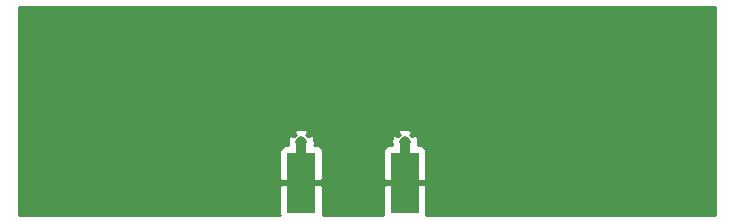
<source format=gbr>
*
%LPD*%
%LN915 PCB Antenna 01-B.Cu*%
%FSLAX25Y25*%
%MOIN*%
%AD*%
%AD*%
%ADD11R,0.095275591X0.2*%
%ADD12C,0.038188976*%
%ADD13R,0.018110236X0.03503937*%
%ADD14C,0.023622047*%
%ADD15C,0.032992126*%
%ADD16C,0.01*%
G54D11*
%SRX1Y1I0.0J0.0*%
G1X94961Y11732D3*
G1X129449Y11732D3*
G54D12*
G1X94961Y25276D3*
G1X129449Y25276D3*
G54D13*
G1X94961Y23504D3*
G1X129449Y23504D3*
G54D14*
G1X121260Y2756D3*
G1X121260Y7874D3*
G1X121260Y12992D3*
G1X121260Y17717D3*
G1X121260Y22441D3*
G1X119685Y26378D3*
G1X120079Y31496D3*
G1X120079Y37402D3*
G1X120079Y43307D3*
G1X120079Y49213D3*
G1X120079Y55118D3*
G1X120079Y61024D3*
G1X120079Y66929D3*
G1X125984Y66929D3*
G1X131890Y66929D3*
G1X137795Y66929D3*
G1X143701Y66929D3*
G1X149606Y66929D3*
G1X155512Y66929D3*
G1X161417Y66929D3*
G1X167323Y66929D3*
G1X173228Y66929D3*
G1X179134Y66929D3*
G1X185039Y66929D3*
G1X194882Y66929D3*
G1X200787Y66929D3*
G1X206693Y66929D3*
G1X212598Y66929D3*
G1X218504Y66929D3*
G1X224409Y66929D3*
G1X230315Y66929D3*
G1X103150Y3150D3*
G1X103150Y7480D3*
G1X103150Y12205D3*
G1X103150Y17323D3*
G1X103150Y21654D3*
G1X104724Y26378D3*
G1X104331Y31496D3*
G1X104331Y37402D3*
G1X104331Y43307D3*
G1X104331Y49213D3*
G1X104331Y55118D3*
G1X104331Y61024D3*
G1X104331Y66929D3*
G1X98425Y66929D3*
G1X92520Y66929D3*
G1X86614Y66929D3*
G1X80709Y66929D3*
G1X74803Y66929D3*
G1X68898Y66929D3*
G1X62992Y66929D3*
G1X57087Y66929D3*
G1X51181Y66929D3*
G1X45276Y66929D3*
G1X39370Y66929D3*
G1X33465Y66929D3*
G1X27559Y66929D3*
G1X21654Y66929D3*
G1X15748Y66929D3*
G1X9843Y66929D3*
G1X3937Y66929D3*
G1X129449Y25276D2*
G54D15*
G1X129449Y11732D1*
G1X94961Y25276D2*
G1X94961Y11732D1*
G54D16*
G36*
G1X894Y20984D2*
G1X894Y894D1*
G1X87838Y894D1*
G1X87697Y1235D1*
G1X87697Y10607D1*
G1X88322Y11232D1*
G1X94461Y11232D1*
G1X94461Y11154D1*
G1X95461Y11154D1*
G1X95461Y11232D1*
G1X101599Y11232D1*
G1X102224Y10607D1*
G1X102224Y1235D1*
G1X102083Y894D1*
G1X122326Y894D1*
G1X122185Y1235D1*
G1X122185Y10607D1*
G1X122810Y11232D1*
G1X128949Y11232D1*
G1X128949Y11154D1*
G1X129949Y11154D1*
G1X129949Y11232D1*
G1X136088Y11232D1*
G1X136713Y10607D1*
G1X136713Y1235D1*
G1X136571Y894D1*
G1X232965Y894D1*
G1X232965Y20984D1*
G1X136713Y20984D1*
G1X136713Y12857D1*
G1X136088Y12232D1*
G1X129949Y12232D1*
G1X129949Y12311D1*
G1X128949Y12311D1*
G1X128949Y12232D1*
G1X122810Y12232D1*
G1X122185Y12857D1*
G1X122185Y20984D1*
G1X102224Y20984D1*
G1X102224Y12857D1*
G1X101599Y12232D1*
G1X95461Y12232D1*
G1X95461Y12311D1*
G1X94461Y12311D1*
G1X94461Y12232D1*
G1X88322Y12232D1*
G1X87697Y12857D1*
G1X87697Y20984D1*
G1X894Y20984D1*
G37*
G36*
G1X894Y20984D2*
G1X87697Y20984D1*
G1X87697Y22230D1*
G1X88077Y23148D1*
G1X88781Y23852D1*
G1X89700Y24232D1*
G1X90615Y24232D1*
G1X90499Y25832D1*
G1X91052Y27497D1*
G1X91893Y27636D1*
G1X92396Y27133D1*
G1X92639Y27375D1*
G1X93296Y27647D1*
G1X92600Y28343D1*
G1X92739Y29184D1*
G1X93768Y29610D1*
G1X95517Y29737D1*
G1X97182Y29184D1*
G1X97321Y28343D1*
G1X96625Y27647D1*
G1X97282Y27375D1*
G1X97525Y27133D1*
G1X98028Y27636D1*
G1X98869Y27497D1*
G1X99295Y26468D1*
G1X99422Y24719D1*
G1X99260Y24232D1*
G1X100222Y24232D1*
G1X101141Y23852D1*
G1X101844Y23148D1*
G1X102224Y22230D1*
G1X102224Y20984D1*
G1X122185Y20984D1*
G1X122185Y22230D1*
G1X122566Y23148D1*
G1X123269Y23852D1*
G1X124188Y24232D1*
G1X125103Y24232D1*
G1X124988Y25832D1*
G1X125540Y27497D1*
G1X126381Y27636D1*
G1X126885Y27133D1*
G1X127127Y27375D1*
G1X127784Y27647D1*
G1X127088Y28343D1*
G1X127227Y29184D1*
G1X128256Y29610D1*
G1X130006Y29737D1*
G1X131671Y29184D1*
G1X131809Y28343D1*
G1X131114Y27647D1*
G1X131770Y27375D1*
G1X132013Y27133D1*
G1X132517Y27636D1*
G1X133357Y27497D1*
G1X133784Y26468D1*
G1X133910Y24719D1*
G1X133749Y24232D1*
G1X134710Y24232D1*
G1X135629Y23852D1*
G1X136332Y23148D1*
G1X136713Y22230D1*
G1X136713Y20984D1*
G1X232965Y20984D1*
G1X232965Y70366D1*
G1X894Y70366D1*
G1X894Y20984D1*
G37*
G1X232965Y894D2*
G1X136571Y894D1*
G1X136713Y1235D1*
G1X136713Y10607D1*
G1X136088Y11232D1*
G1X129949Y11232D1*
G1X129949Y11154D1*
G1X128949Y11154D1*
G1X128949Y11232D1*
G1X122810Y11232D1*
G1X122185Y10607D1*
G1X122185Y1235D1*
G1X122326Y894D1*
G1X102083Y894D1*
G1X102224Y1235D1*
G1X102224Y10607D1*
G1X101599Y11232D1*
G1X95461Y11232D1*
G1X95461Y11154D1*
G1X94461Y11154D1*
G1X94461Y11232D1*
G1X88322Y11232D1*
G1X87697Y10607D1*
G1X87697Y1235D1*
G1X87838Y894D1*
G1X894Y894D1*
G1X894Y22230D1*
G1X87697Y22230D1*
G1X87697Y12857D1*
G1X88322Y12232D1*
G1X94461Y12232D1*
G1X94461Y12311D1*
G1X95461Y12311D1*
G1X95461Y12232D1*
G1X101599Y12232D1*
G1X102224Y12857D1*
G1X102224Y22230D1*
G1X122185Y22230D1*
G1X122185Y12857D1*
G1X122810Y12232D1*
G1X128949Y12232D1*
G1X128949Y12311D1*
G1X129949Y12311D1*
G1X129949Y12232D1*
G1X136088Y12232D1*
G1X136713Y12857D1*
G1X136713Y22230D1*
G1X136332Y23148D1*
G1X135629Y23852D1*
G1X134710Y24232D1*
G1X133749Y24232D1*
G1X133910Y24719D1*
G1X133784Y26468D1*
G1X133357Y27497D1*
G1X132517Y27636D1*
G1X132013Y27133D1*
G1X131770Y27375D1*
G1X131114Y27647D1*
G1X131809Y28343D1*
G1X131671Y29184D1*
G1X130006Y29737D1*
G1X128256Y29610D1*
G1X127227Y29184D1*
G1X127088Y28343D1*
G1X127784Y27647D1*
G1X127127Y27375D1*
G1X126885Y27133D1*
G1X126381Y27636D1*
G1X125540Y27497D1*
G1X124988Y25832D1*
G1X125103Y24232D1*
G1X124188Y24232D1*
G1X123269Y23852D1*
G1X122566Y23148D1*
G1X122185Y22230D1*
G1X102224Y22230D1*
G1X101844Y23148D1*
G1X101141Y23852D1*
G1X100222Y24232D1*
G1X99260Y24232D1*
G1X99422Y24719D1*
G1X99295Y26468D1*
G1X98869Y27497D1*
G1X98028Y27636D1*
G1X97525Y27133D1*
G1X97282Y27375D1*
G1X96625Y27647D1*
G1X97321Y28343D1*
G1X97182Y29184D1*
G1X95517Y29737D1*
G1X93768Y29610D1*
G1X92739Y29184D1*
G1X92600Y28343D1*
G1X93296Y27647D1*
G1X92639Y27375D1*
G1X92396Y27133D1*
G1X91893Y27636D1*
G1X91052Y27497D1*
G1X90499Y25832D1*
G1X90615Y24232D1*
G1X89700Y24232D1*
G1X88781Y23852D1*
G1X88077Y23148D1*
G1X87697Y22230D1*
G1X894Y22230D1*
G1X894Y70366D1*
G1X232965Y70366D1*
G1X232965Y894D1*
M2*

</source>
